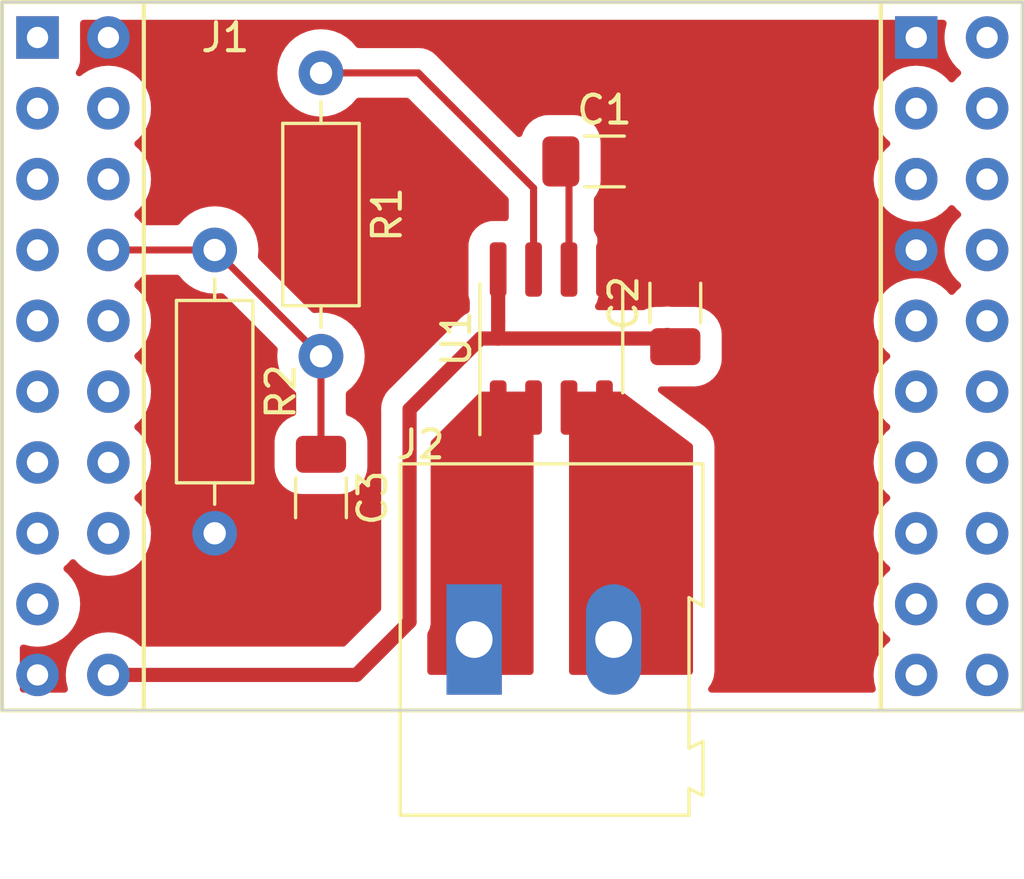
<source format=kicad_pcb>
(kicad_pcb (version 20221018) (generator pcbnew)
  (layers (0 "F.Cu" signal) (31 "B.Cu" signal) (34 "B.Paste" user) (35 "F.Paste" user) (36 "B.SilkS" user "B.Silkscreen") (37 "F.SilkS" user "F.Silkscreen") (38 "B.Mask" user) (39 "F.Mask" user) (44 "Edge.Cuts" user))
  (net 0 "")
  (net 1 "Net-(U1-FILTER)")
  (net 2 "GND")
  (net 3 "+5V")
  (net 4 "Net-(J1-G35)")
  (net 38 "Net-(J2-Pin_1)")
  (net 39 "Net-(J2-Pin_2)")
  (net 40 "Net-(U1-VIOUT)")
  (footprint "Resistor_THT:R_Axial_DIN0207_L6.3mm_D2.5mm_P10.16mm_Horizontal" (layer "F.Cu") (at 7.62 -16.51 -90)
    (fp_text reference "R2" (at 5.08 -2.37 90) (layer "F.SilkS"))
    (fp_text value "R_Small")
    (fp_line (start 1.04 0) (end 1.81 0) (stroke (width 0.12)) (layer "F.SilkS"))
    (fp_line (start 1.81 -1.37) (end 1.81 1.37) (stroke (width 0.12)) (layer "F.SilkS"))
    (fp_line (start 1.81 1.37) (end 8.35 1.37) (stroke (width 0.12)) (layer "F.SilkS"))
    (fp_line (start 8.35 -1.37) (end 1.81 -1.37) (stroke (width 0.12)) (layer "F.SilkS"))
    (fp_line (start 8.35 1.37) (end 8.35 -1.37) (stroke (width 0.12)) (layer "F.SilkS"))
    (fp_line (start 9.12 0) (end 8.35 0) (stroke (width 0.12)) (layer "F.SilkS"))
    (pad "1" thru_hole circle (at 0 0 270) (size 1.6 1.6) (drill 0.8) (layers "*.Cu" "*.Mask") (net 4 "Net-(J1-G35)"))
    (pad "2" thru_hole oval (at 10.16 0 270) (size 1.6 1.6) (drill 0.8) (layers "*.Cu" "*.Mask") (net 2 "GND"))
  )
  (footprint "Capacitor_SMD:C_1206_3216Metric_Pad1.33x1.80mm_HandSolder" (layer "F.Cu") (at 11.43 -7.62 -90)
    (fp_text reference "C3" (at 0 -1.85 90) (layer "F.SilkS"))
    (fp_text value "C_Small")
    (fp_line (start -0.711252 -0.91) (end 0.711252 -0.91) (stroke (width 0.12)) (layer "F.SilkS"))
    (fp_line (start -0.711252 0.91) (end 0.711252 0.91) (stroke (width 0.12)) (layer "F.SilkS"))
    (pad "1" smd roundrect (at -1.5625 0 270) (size 1.325 1.8) (layers "F.Cu" "F.Paste" "F.Mask") (roundrect_rratio 0.1886792453) (net 4 "Net-(J1-G35)"))
    (pad "2" smd roundrect (at 1.5625 0 270) (size 1.325 1.8) (layers "F.Cu" "F.Paste" "F.Mask") (roundrect_rratio 0.1886792453) (net 2 "GND"))
  )
  (footprint "custom:ESP32_Relay_X2" (layer "F.Cu") (at 35.306 -13.97)
    (fp_text reference "J1" (at -27.305 -10.16 unlocked) (layer "F.SilkS"))
    (fp_text value "~")
    (fp_line (start -35.306 -11.43) (end -35.306 13.97) (stroke (width 0.15)) (layer "F.SilkS"))
    (fp_line (start -35.306 13.97) (end -30.226 13.97) (stroke (width 0.15)) (layer "F.SilkS"))
    (fp_line (start -30.226 -11.43) (end -35.306 -11.43) (stroke (width 0.15)) (layer "F.SilkS"))
    (fp_line (start -30.226 -11.43) (end -3.81 -11.43) (stroke (width 0.15)) (layer "F.SilkS"))
    (fp_line (start -30.226 13.97) (end -30.226 -11.43) (stroke (width 0.15)) (layer "F.SilkS"))
    (fp_line (start -3.81 -11.43) (end -3.81 13.97) (stroke (width 0.15)) (layer "F.SilkS"))
    (fp_line (start -3.81 -11.43) (end -3.81 13.97) (stroke (width 0.15)) (layer "F.SilkS"))
    (fp_line (start -3.81 13.97) (end -30.226 13.97) (stroke (width 0.15)) (layer "F.SilkS"))
    (fp_line (start -3.81 13.97) (end 1.27 13.97) (stroke (width 0.15)) (layer "F.SilkS"))
    (fp_line (start 1.27 -11.43) (end -3.81 -11.43) (stroke (width 0.15)) (layer "F.SilkS"))
    (fp_line (start 1.27 13.97) (end 1.27 -11.43) (stroke (width 0.15)) (layer "F.SilkS"))
    (pad "1" thru_hole rect (at -34.036 -10.16) (size 1.524 1.524) (drill 0.762) (layers "*.Cu" "*.Mask"))
    (pad "2" thru_hole circle (at -34.036 -7.62) (size 1.524 1.524) (drill 0.762) (layers "*.Cu" "*.Mask"))
    (pad "3" thru_hole circle (at -34.036 -5.08) (size 1.524 1.524) (drill 0.762) (layers "*.Cu" "*.Mask"))
    (pad "4" thru_hole circle (at -34.036 -2.54) (size 1.524 1.524) (drill 0.762) (layers "*.Cu" "*.Mask"))
    (pad "5" thru_hole circle (at -34.036 0) (size 1.524 1.524) (drill 0.762) (layers "*.Cu" "*.Mask"))
    (pad "6" thru_hole circle (at -34.036 2.54) (size 1.524 1.524) (drill 0.762) (layers "*.Cu" "*.Mask"))
    (pad "7" thru_hole circle (at -34.036 5.08) (size 1.524 1.524) (drill 0.762) (layers "*.Cu" "*.Mask"))
    (pad "8" thru_hole circle (at -34.036 7.62) (size 1.524 1.524) (drill 0.762) (layers "*.Cu" "*.Mask"))
    (pad "9" thru_hole circle (at -34.036 10.16) (size 1.524 1.524) (drill 0.762) (layers "*.Cu" "*.Mask"))
    (pad "10" thru_hole circle (at -34.036 12.7) (size 1.524 1.524) (drill 0.762) (layers "*.Cu" "*.Mask") (net 2 "GND"))
    (pad "11" thru_hole circle (at -31.496 -10.16) (size 1.524 1.524) (drill 0.762) (layers "*.Cu" "*.Mask") (net 2 "GND"))
    (pad "12" thru_hole circle (at -31.496 -7.62) (size 1.524 1.524) (drill 0.762) (layers "*.Cu" "*.Mask"))
    (pad "13" thru_hole circle (at -31.496 -5.08) (size 1.524 1.524) (drill 0.762) (layers "*.Cu" "*.Mask"))
    (pad "14" thru_hole circle (at -31.496 -2.54) (size 1.524 1.524) (drill 0.762) (layers "*.Cu" "*.Mask") (net 4 "Net-(J1-G35)"))
    (pad "15" thru_hole circle (at -31.496 0) (size 1.524 1.524) (drill 0.762) (layers "*.Cu" "*.Mask"))
    (pad "16" thru_hole circle (at -31.496 2.54) (size 1.524 1.524) (drill 0.762) (layers "*.Cu" "*.Mask"))
    (pad "17" thru_hole circle (at -31.496 5.08) (size 1.524 1.524) (drill 0.762) (layers "*.Cu" "*.Mask"))
    (pad "18" thru_hole circle (at -31.496 7.62) (size 1.524 1.524) (drill 0.762) (layers "*.Cu" "*.Mask"))
    (pad "20" thru_hole circle (at -31.496 12.7) (size 1.524 1.524) (drill 0.762) (layers "*.Cu" "*.Mask") (net 3 "+5V"))
    (pad "21" thru_hole rect (at -2.54 -10.16) (size 1.524 1.524) (drill 0.762) (layers "*.Cu" "*.Mask") (net 2 "GND"))
    (pad "22" thru_hole circle (at -2.54 -7.62) (size 1.524 1.524) (drill 0.762) (layers "*.Cu" "*.Mask"))
    (pad "23" thru_hole circle (at -2.54 -5.08) (size 1.524 1.524) (drill 0.762) (layers "*.Cu" "*.Mask"))
    (pad "24" thru_hole circle (at -2.54 -2.54) (size 1.524 1.524) (drill 0.762) (layers "*.Cu" "*.Mask") (net 2 "GND"))
    (pad "25" thru_hole circle (at -2.54 0) (size 1.524 1.524) (drill 0.762) (layers "*.Cu" "*.Mask"))
    (pad "26" thru_hole circle (at -2.54 2.54) (size 1.524 1.524) (drill 0.762) (layers "*.Cu" "*.Mask"))
    (pad "27" thru_hole circle (at -2.54 5.08) (size 1.524 1.524) (drill 0.762) (layers "*.Cu" "*.Mask"))
    (pad "28" thru_hole circle (at -2.54 7.62) (size 1.524 1.524) (drill 0.762) (layers "*.Cu" "*.Mask"))
    (pad "29" thru_hole circle (at -2.54 10.16) (size 1.524 1.524) (drill 0.762) (layers "*.Cu" "*.Mask"))
    (pad "30" thru_hole circle (at -2.54 12.7) (size 1.524 1.524) (drill 0.762) (layers "*.Cu" "*.Mask"))
    (pad "31" thru_hole circle (at 0 -10.16) (size 1.524 1.524) (drill 0.762) (layers "*.Cu" "*.Mask"))
    (pad "32" thru_hole circle (at 0 -7.62) (size 1.524 1.524) (drill 0.762) (layers "*.Cu" "*.Mask"))
    (pad "33" thru_hole circle (at 0 -5.08) (size 1.524 1.524) (drill 0.762) (layers "*.Cu" "*.Mask"))
    (pad "34" thru_hole circle (at 0 -2.54) (size 1.524 1.524) (drill 0.762) (layers "*.Cu" "*.Mask"))
    (pad "35" thru_hole circle (at 0 0) (size 1.524 1.524) (drill 0.762) (layers "*.Cu" "*.Mask"))
    (pad "36" thru_hole circle (at 0 2.54) (size 1.524 1.524) (drill 0.762) (layers "*.Cu" "*.Mask"))
    (pad "37" thru_hole circle (at 0 5.08) (size 1.524 1.524) (drill 0.762) (layers "*.Cu" "*.Mask"))
    (pad "38" thru_hole circle (at 0 7.62) (size 1.524 1.524) (drill 0.762) (layers "*.Cu" "*.Mask"))
    (pad "39" thru_hole circle (at 0 10.16) (size 1.524 1.524) (drill 0.762) (layers "*.Cu" "*.Mask"))
    (pad "40" thru_hole circle (at 0 12.7) (size 1.524 1.524) (drill 0.762) (layers "*.Cu" "*.Mask"))
  )
  (footprint "Capacitor_SMD:C_1206_3216Metric_Pad1.33x1.80mm_HandSolder" (layer "F.Cu") (at 21.59 -19.685)
    (fp_text reference "C1" (at 0 -1.85) (layer "F.SilkS"))
    (fp_text value "C_Small")
    (fp_line (start -0.711252 -0.91) (end 0.711252 -0.91) (stroke (width 0.12)) (layer "F.SilkS"))
    (fp_line (start -0.711252 0.91) (end 0.711252 0.91) (stroke (width 0.12)) (layer "F.SilkS"))
    (pad "1" smd roundrect (at -1.5625 0) (size 1.325 1.8) (layers "F.Cu" "F.Paste" "F.Mask") (roundrect_rratio 0.1886792453) (net 1 "Net-(U1-FILTER)"))
    (pad "2" smd roundrect (at 1.5625 0) (size 1.325 1.8) (layers "F.Cu" "F.Paste" "F.Mask") (roundrect_rratio 0.1886792453) (net 2 "GND"))
  )
  (footprint "TerminalBlock:TerminalBlock_Altech_AK300-2_P5.00mm" (layer "F.Cu") (at 16.92 -2.54)
    (fp_text reference "J2" (at -1.92 -6.99) (layer "F.SilkS"))
    (fp_text value "Screw_Terminal_01x02")
    (fp_line (start -2.65 -6.3) (end -2.65 6.3) (stroke (width 0.12)) (layer "F.SilkS"))
    (fp_line (start -2.65 6.3) (end 7.7 6.3) (stroke (width 0.12)) (layer "F.SilkS"))
    (fp_line (start 7.7 -1.5) (end 8.2 -1.2) (stroke (width 0.12)) (layer "F.SilkS"))
    (fp_line (start 7.7 3.9) (end 7.7 -1.5) (stroke (width 0.12)) (layer "F.SilkS"))
    (fp_line (start 7.7 5.35) (end 8.2 5.6) (stroke (width 0.12)) (layer "F.SilkS"))
    (fp_line (start 7.7 6.3) (end 7.7 5.35) (stroke (width 0.12)) (layer "F.SilkS"))
    (fp_line (start 8.2 -6.3) (end -2.65 -6.3) (stroke (width 0.12)) (layer "F.SilkS"))
    (fp_line (start 8.2 -1.2) (end 8.2 -6.3) (stroke (width 0.12)) (layer "F.SilkS"))
    (fp_line (start 8.2 3.65) (end 7.7 3.9) (stroke (width 0.12)) (layer "F.SilkS"))
    (fp_line (start 8.2 3.7) (end 8.2 3.65) (stroke (width 0.12)) (layer "F.SilkS"))
    (fp_line (start 8.2 5.6) (end 8.2 3.7) (stroke (width 0.12)) (layer "F.SilkS"))
    (pad "1" thru_hole rect (at 0 0) (size 1.98 3.96) (drill 1.32) (layers "*.Cu" "*.Mask") (net 38 "Net-(J2-Pin_1)"))
    (pad "2" thru_hole oval (at 5 0) (size 1.98 3.96) (drill 1.32) (layers "*.Cu" "*.Mask") (net 39 "Net-(J2-Pin_2)"))
  )
  (footprint "Resistor_THT:R_Axial_DIN0207_L6.3mm_D2.5mm_P10.16mm_Horizontal" (layer "F.Cu") (at 11.43 -22.86 -90)
    (fp_text reference "R1" (at 5.08 -2.37 90) (layer "F.SilkS"))
    (fp_text value "R_Small")
    (fp_line (start 1.04 0) (end 1.81 0) (stroke (width 0.12)) (layer "F.SilkS"))
    (fp_line (start 1.81 -1.37) (end 1.81 1.37) (stroke (width 0.12)) (layer "F.SilkS"))
    (fp_line (start 1.81 1.37) (end 8.35 1.37) (stroke (width 0.12)) (layer "F.SilkS"))
    (fp_line (start 8.35 -1.37) (end 1.81 -1.37) (stroke (width 0.12)) (layer "F.SilkS"))
    (fp_line (start 8.35 1.37) (end 8.35 -1.37) (stroke (width 0.12)) (layer "F.SilkS"))
    (fp_line (start 9.12 0) (end 8.35 0) (stroke (width 0.12)) (layer "F.SilkS"))
    (pad "1" thru_hole circle (at 0 0 270) (size 1.6 1.6) (drill 0.8) (layers "*.Cu" "*.Mask") (net 40 "Net-(U1-VIOUT)"))
    (pad "2" thru_hole oval (at 10.16 0 270) (size 1.6 1.6) (drill 0.8) (layers "*.Cu" "*.Mask") (net 4 "Net-(J1-G35)"))
  )
  (footprint "Package_SO:SOIC-8_3.9x4.9mm_P1.27mm" (layer "F.Cu") (at 19.685 -13.335 90)
    (fp_text reference "U1" (at 0 -3.4 90) (layer "F.SilkS"))
    (fp_text value "ACS712xLCTR-05B")
    (fp_line (start 0 -2.56) (end -3.45 -2.56) (stroke (width 0.12)) (layer "F.SilkS"))
    (fp_line (start 0 -2.56) (end 1.95 -2.56) (stroke (width 0.12)) (layer "F.SilkS"))
    (fp_line (start 0 2.56) (end -1.95 2.56) (stroke (width 0.12)) (layer "F.SilkS"))
    (fp_line (start 0 2.56) (end 1.95 2.56) (stroke (width 0.12)) (layer "F.SilkS"))
    (pad "1" smd roundrect (at -2.475 -1.905 90) (size 1.95 0.6) (layers "F.Cu" "F.Paste" "F.Mask") (net 38 "Net-(J2-Pin_1)"))
    (pad "2" smd roundrect (at -2.475 -0.635 90) (size 1.95 0.6) (layers "F.Cu" "F.Paste" "F.Mask") (net 38 "Net-(J2-Pin_1)"))
    (pad "3" smd roundrect (at -2.475 0.635 90) (size 1.95 0.6) (layers "F.Cu" "F.Paste" "F.Mask") (net 39 "Net-(J2-Pin_2)"))
    (pad "4" smd roundrect (at -2.475 1.905 90) (size 1.95 0.6) (layers "F.Cu" "F.Paste" "F.Mask") (net 39 "Net-(J2-Pin_2)"))
    (pad "5" smd roundrect (at 2.475 1.905 90) (size 1.95 0.6) (layers "F.Cu" "F.Paste" "F.Mask") (net 2 "GND"))
    (pad "6" smd roundrect (at 2.475 0.635 90) (size 1.95 0.6) (layers "F.Cu" "F.Paste" "F.Mask") (net 1 "Net-(U1-FILTER)"))
    (pad "7" smd roundrect (at 2.475 -0.635 90) (size 1.95 0.6) (layers "F.Cu" "F.Paste" "F.Mask") (net 40 "Net-(U1-VIOUT)"))
    (pad "8" smd roundrect (at 2.475 -1.905 90) (size 1.95 0.6) (layers "F.Cu" "F.Paste" "F.Mask") (net 3 "+5V"))
  )
  (footprint "Capacitor_SMD:C_1206_3216Metric_Pad1.33x1.80mm_HandSolder" (layer "F.Cu") (at 24.13 -14.605 90)
    (fp_text reference "C2" (at 0 -1.85 90) (layer "F.SilkS"))
    (fp_text value "C_Small")
    (fp_line (start -0.711252 -0.91) (end 0.711252 -0.91) (stroke (width 0.12)) (layer "F.SilkS"))
    (fp_line (start -0.711252 0.91) (end 0.711252 0.91) (stroke (width 0.12)) (layer "F.SilkS"))
    (pad "1" smd roundrect (at -1.5625 0 90) (size 1.325 1.8) (layers "F.Cu" "F.Paste" "F.Mask") (roundrect_rratio 0.1886792453) (net 3 "+5V"))
    (pad "2" smd roundrect (at 1.5625 0 90) (size 1.325 1.8) (layers "F.Cu" "F.Paste" "F.Mask") (roundrect_rratio 0.1886792453) (net 2 "GND"))
  )
  (gr_line (start 0 0) (end 36.576 0) (stroke (width 0.1)) (layer "Edge.Cuts"))
  (gr_line (start 36.576 -25.4) (end 0 -25.4) (stroke (width 0.1)) (layer "Edge.Cuts"))
  (gr_line (start 36.576 0) (end 36.576 -25.4) (stroke (width 0.1)) (layer "Edge.Cuts"))
  (gr_line (start 0 -25.4) (end 0 0) (stroke (width 0.1)) (layer "Edge.Cuts"))
  (segment (start 20.32 -19.3925) (end 20.0275 -19.685) (width 0.254) (layer "F.Cu") (net 1))
  (segment (start 20.32 -15.81) (end 20.32 -19.3925) (width 0.254) (layer "F.Cu") (net 1))
  (segment (start 21.59 -18.1225) (end 23.1525 -19.685) (width 0.508) (layer "F.Cu") (net 2))
  (segment (start 21.59 -15.81) (end 23.7725 -15.81) (width 0.508) (layer "F.Cu") (net 2))
  (segment (start 21.59 -15.81) (end 21.59 -18.1225) (width 0.508) (layer "F.Cu") (net 2))
  (segment (start 23.7725 -15.81) (end 24.13 -16.1675) (width 0.508) (layer "F.Cu") (net 2))
  (segment (start 12.7 -1.27) (end 14.605 -3.175) (width 0.508) (layer "F.Cu") (net 3))
  (segment (start 14.605 -3.175) (end 14.605 -10.795) (width 0.508) (layer "F.Cu") (net 3))
  (segment (start 14.605 -10.795) (end 17.145 -13.335) (width 0.508) (layer "F.Cu") (net 3))
  (segment (start 24.13 -13.0425) (end 23.8375 -13.335) (width 0.762) (layer "F.Cu") (net 3))
  (segment (start 23.8375 -13.335) (end 17.78 -13.335) (width 0.508) (layer "F.Cu") (net 3))
  (segment (start 17.78 -13.97) (end 17.78 -15.81) (width 0.508) (layer "F.Cu") (net 3))
  (segment (start 17.78 -13.97) (end 17.78 -13.335) (width 0.508) (layer "F.Cu") (net 3))
  (segment (start 3.81 -1.27) (end 12.7 -1.27) (width 0.508) (layer "F.Cu") (net 3))
  (segment (start 17.145 -13.335) (end 17.78 -13.335) (width 0.508) (layer "F.Cu") (net 3))
  (segment (start 7.62 -16.51) (end 11.43 -12.7) (width 0.25) (layer "F.Cu") (net 4))
  (segment (start 11.43 -9.1825) (end 11.43 -12.7) (width 0.254) (layer "F.Cu") (net 4))
  (segment (start 3.81 -16.51) (end 7.62 -16.51) (width 0.25) (layer "F.Cu") (net 4))
  (segment (start 14.919582 -22.86) (end 19.05 -18.729582) (width 0.254) (layer "F.Cu") (net 40))
  (segment (start 11.43 -22.86) (end 14.919582 -22.86) (width 0.254) (layer "F.Cu") (net 40))
  (segment (start 19.05 -18.729582) (end 19.05 -15.81) (width 0.254) (layer "F.Cu") (net 40))
  (zone (net 2) (net_name "GND") (layer "F.Cu") (priority 2) (connect_pads yes (clearance 0.762)) (min_thickness 0.25) (fill yes (thermal_gap 0.5) (thermal_bridge_width 0.5))
    (polygon (pts (xy 0.635 -0.635) (xy 36.195 -0.635) (xy 36.195 -24.765) (xy 0.635 -24.765)))
  )
  (zone (net 39) (net_name "Net-(J2-Pin_2)") (layer "F.Cu") (priority 6) (connect_pads yes (clearance 0.5)) (min_thickness 0.25) (fill yes (thermal_gap 0.5) (thermal_bridge_width 0.5) (island_removal_mode 1) (island_area_min 9.999999))
    (polygon (pts (xy 20.32 -1.27) (xy 20.32 -11.43) (xy 22.225 -11.43) (xy 24.765 -9.525) (xy 24.765 -1.27)))
  )
  (zone (net 38) (net_name "Net-(J2-Pin_1)") (layer "F.Cu") (priority 7) (connect_pads yes (clearance 0.5)) (min_thickness 0.25) (fill yes (thermal_gap 0.5) (thermal_bridge_width 0.5) (island_removal_mode 1) (island_area_min 9.999999))
    (polygon (pts (xy 15.24 -1.27) (xy 15.24 -9.525) (xy 17.145 -11.43) (xy 19.05 -11.43) (xy 19.05 -1.27)))
  )
)
</source>
